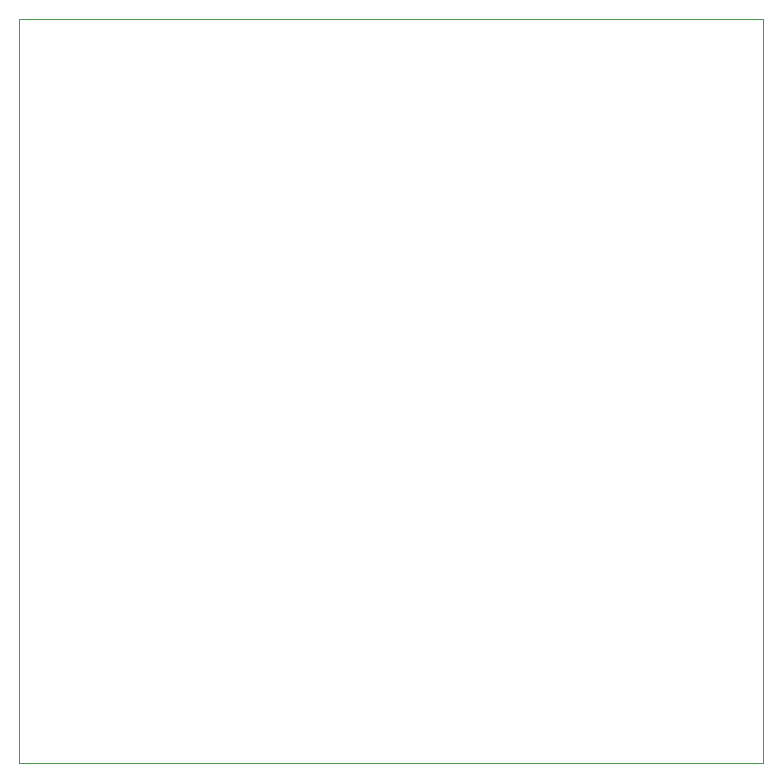
<source format=gbr>
%TF.GenerationSoftware,KiCad,Pcbnew,(5.1.9)-1*%
%TF.CreationDate,2021-04-08T13:21:54+03:00*%
%TF.ProjectId,RGB-IR-ControllerPCB,5247422d-4952-42d4-936f-6e74726f6c6c,rev?*%
%TF.SameCoordinates,Original*%
%TF.FileFunction,Profile,NP*%
%FSLAX46Y46*%
G04 Gerber Fmt 4.6, Leading zero omitted, Abs format (unit mm)*
G04 Created by KiCad (PCBNEW (5.1.9)-1) date 2021-04-08 13:21:54*
%MOMM*%
%LPD*%
G01*
G04 APERTURE LIST*
%TA.AperFunction,Profile*%
%ADD10C,0.100000*%
%TD*%
G04 APERTURE END LIST*
D10*
X81500000Y-18500000D02*
X81500000Y-81500000D01*
X18500000Y-18500000D02*
X81500000Y-18500000D01*
X18500000Y-81500000D02*
X18500000Y-18500000D01*
X81500000Y-81500000D02*
X18500000Y-81500000D01*
M02*

</source>
